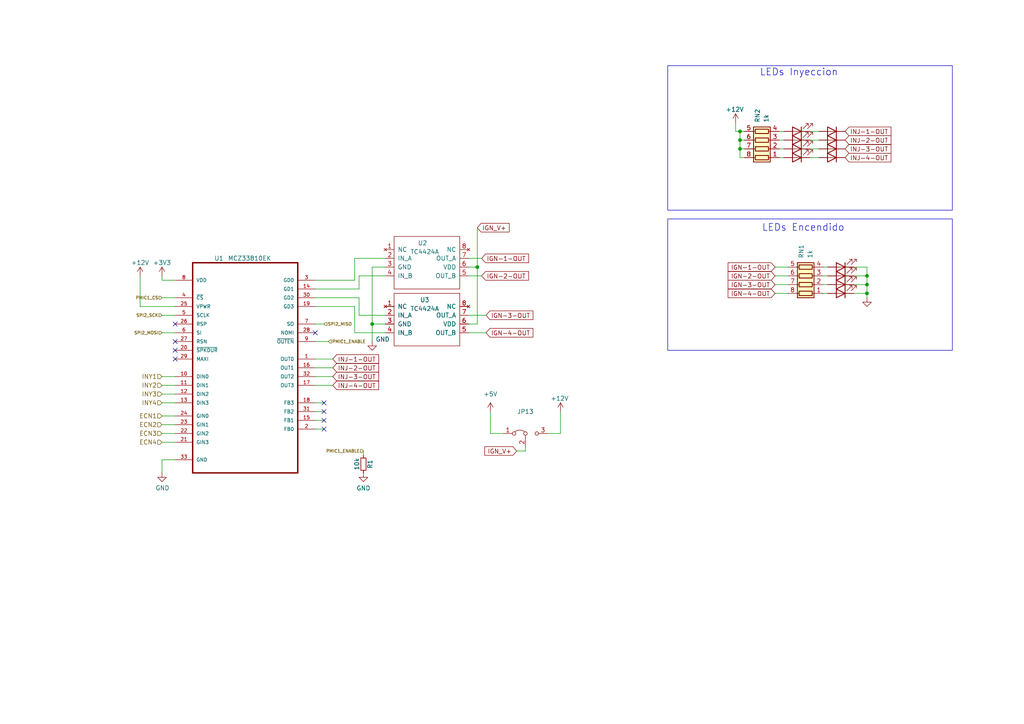
<source format=kicad_sch>
(kicad_sch (version 20231120) (generator "eeschema") (generator_version "7.99")
  (paper "A4")
  (title_block (title "μEFI (Speeduino FW compatible)") (date "2023-12-25") (rev "v6") (company "Churrosoft ®") (comment 1 "CERN-OHL-S-2.0 license\n"))
  (lib_symbols
    (symbol "Device:D" (pin_numbers hide) (pin_names (offset 1.016) hide)
      (property "Reference" "D" (at 0 2.54 0))
      (property "Value" "D" (at 0 -2.54 0))
      (symbol "D_0_1"
        (polyline (pts (xy -1.27 1.27) (xy -1.27 -1.27)) (stroke (width 0.254)))
        (polyline (pts (xy 1.27 0) (xy -1.27 0)))
        (polyline (pts (xy 1.27 1.27) (xy 1.27 -1.27) (xy -1.27 0) (xy 1.27 1.27)) (stroke (width 0.254)))
      )
      (symbol "D_1_1"
        (pin passive line (at -3.81 0 0) (length 2.54) (name "K") (number "1"))
        (pin passive line (at 3.81 0 180) (length 2.54) (name "A") (number "2"))
      )
    )
    (symbol "Device:LED" (pin_numbers hide) (pin_names (offset 1.016) hide)
      (property "Reference" "D" (at 0 2.54 0))
      (property "Value" "LED" (at 0 -2.54 0))
      (symbol "LED_0_1"
        (polyline (pts (xy -1.27 -1.27) (xy -1.27 1.27)) (stroke (width 0.254)))
        (polyline (pts (xy -1.27 0) (xy 1.27 0)))
        (polyline (pts (xy 1.27 -1.27) (xy 1.27 1.27) (xy -1.27 0) (xy 1.27 -1.27)) (stroke (width 0.254)))
        (polyline (pts (xy -3.048 -0.762) (xy -4.572 -2.286) (xy -3.81 -2.286) (xy -4.572 -2.286) (xy -4.572 -1.524)))
        (polyline (pts (xy -1.778 -0.762) (xy -3.302 -2.286) (xy -2.54 -2.286) (xy -3.302 -2.286) (xy -3.302 -1.524)))
      )
      (symbol "LED_1_1"
        (pin passive line (at -3.81 0 0) (length 2.54) (name "K") (number "1"))
        (pin passive line (at 3.81 0 180) (length 2.54) (name "A") (number "2"))
      )
    )
    (symbol "Device:R_Pack04" (pin_names (offset 0) hide)
      (property "Reference" "RN" (at -7.62 0 90))
      (property "Value" "R_Pack04" (at 5.08 0 90))
      (symbol "R_Pack04_0_1"
        (rectangle (start -6.35 -2.413) (end 3.81 2.413) (stroke (width 0.254)) (fill (type background)))
        (rectangle (start -5.715 1.905) (end -4.445 -1.905) (stroke (width 0.254)))
        (rectangle (start -3.175 1.905) (end -1.905 -1.905) (stroke (width 0.254)))
        (rectangle (start -0.635 1.905) (end 0.635 -1.905) (stroke (width 0.254)))
        (polyline (pts (xy -5.08 -2.54) (xy -5.08 -1.905)))
        (polyline (pts (xy -5.08 1.905) (xy -5.08 2.54)))
        (polyline (pts (xy -2.54 -2.54) (xy -2.54 -1.905)))
        (polyline (pts (xy -2.54 1.905) (xy -2.54 2.54)))
        (polyline (pts (xy 0 -2.54) (xy 0 -1.905)))
        (polyline (pts (xy 0 1.905) (xy 0 2.54)))
        (polyline (pts (xy 2.54 -2.54) (xy 2.54 -1.905)))
        (polyline (pts (xy 2.54 1.905) (xy 2.54 2.54)))
        (rectangle (start 1.905 1.905) (end 3.175 -1.905) (stroke (width 0.254)))
      )
      (symbol "R_Pack04_1_1"
        (pin passive line (at -5.08 -5.08 90) (length 2.54) (name "R1.1") (number "1"))
        (pin passive line (at -2.54 -5.08 90) (length 2.54) (name "R2.1") (number "2"))
        (pin passive line (at 0 -5.08 90) (length 2.54) (name "R3.1") (number "3"))
        (pin passive line (at 2.54 -5.08 90) (length 2.54) (name "R4.1") (number "4"))
        (pin passive line (at 2.54 5.08 270) (length 2.54) (name "R4.2") (number "5"))
        (pin passive line (at 0 5.08 270) (length 2.54) (name "R3.2") (number "6"))
        (pin passive line (at -2.54 5.08 270) (length 2.54) (name "R2.2") (number "7"))
        (pin passive line (at -5.08 5.08 270) (length 2.54) (name "R1.2") (number "8"))
      )
    )
    (symbol "Device:R_Small" (pin_numbers hide) (pin_names (offset 0.254) hide)
      (property "Reference" "R" (at 0.762 0.508 0))
      (property "Value" "R_Small" (at 0.762 -1.016 0))
      (symbol "R_Small_0_1"
        (rectangle (start -0.762 1.778) (end 0.762 -1.778) (stroke (width 0.2032)))
      )
      (symbol "R_Small_1_1"
        (pin passive line (at 0 2.54 270) (length 0.762) (name "~") (number "1"))
        (pin passive line (at 0 -2.54 90) (length 0.762) (name "~") (number "2"))
      )
    )
    (symbol "GND_1" (power) (pin_names (offset 0))
      (property "Value" "GND_1" (at 0 -3.81 0))
      (symbol "GND_1_0_1"
        (polyline (pts (xy 0 0) (xy 0 -1.27) (xy 1.27 -1.27) (xy 0 -2.54) (xy -1.27 -1.27) (xy 0 -1.27)))
      )
      (symbol "GND_1_1_1"
        (pin power_in line (at 0 0 270) (length 0) hide (name "GND") (number "1"))
      )
    )
    (symbol "IC_Automotive:TC4424A" (pin_names (offset 1.016))
      (property "Reference" "U" (at -7.62 38.1 0))
      (property "Value" "TC4424A" (at -15.24 38.1 0))
      (symbol "TC4424A_0_1"
        (rectangle (start -25.4 36.83) (end -6.35 21.59))
      )
      (symbol "TC4424A_1_1"
        (pin no_connect line (at -27.94 33.02 0) (length 2.54) (name "NC") (number "1"))
        (pin input line (at -27.94 30.48 0) (length 2.54) (name "IN_A") (number "2"))
        (pin power_in line (at -27.94 27.94 0) (length 2.54) (name "GND") (number "3"))
        (pin input line (at -27.94 25.4 0) (length 2.54) (name "IN_B") (number "4"))
        (pin input line (at -3.81 25.4 180) (length 2.54) (name "OUT_B") (number "5"))
        (pin power_in line (at -3.81 27.94 180) (length 2.54) (name "VDD") (number "6"))
        (pin output line (at -3.81 30.48 180) (length 2.54) (name "OUT_A") (number "7"))
        (pin no_connect line (at -3.81 33.02 180) (length 2.54) (name "NC") (number "8"))
      )
    )
    (symbol "Jumper:Jumper_3_Bridged12" (pin_names (offset 0) hide)
      (property "Reference" "JP" (at -2.54 -2.54 0))
      (property "Value" "Jumper_3_Bridged12" (at 0 2.794 0))
      (symbol "Jumper_3_Bridged12_0_0"
        (circle (center -3.302 0) (radius 0.508))
        (circle (center 0 0) (radius 0.508))
        (circle (center 3.302 0) (radius 0.508))
      )
      (symbol "Jumper_3_Bridged12_0_1"
        (arc (start -0.254 0.508) (mid -1.651 0.9912) (end -3.048 0.508))
        (polyline (pts (xy 0 -1.27) (xy 0 -0.508)))
      )
      (symbol "Jumper_3_Bridged12_1_1"
        (pin passive line (at -6.35 0 0) (length 2.54) (name "A") (number "1"))
        (pin passive line (at 0 -3.81 90) (length 2.54) (name "C") (number "2"))
        (pin passive line (at 6.35 0 180) (length 2.54) (name "B") (number "3"))
      )
    )
    (symbol "OpenEFI-STM32-rev3:MCZ33810EK" (pin_names (offset 1.016))
      (property "Reference" "U" (at -6.1722 37.8206 0))
      (property "Value" "MCZ33810EK" (at -3.3782 -45.1358 0))
      (symbol "MCZ33810EK_0_0"
        (polyline (pts (xy -15.875 -36.195) (xy 14.605 -36.195)) (stroke (width 0.4064)))
        (polyline (pts (xy -15.875 24.765) (xy -15.875 -36.195)) (stroke (width 0.4064)))
        (polyline (pts (xy 14.605 -36.195) (xy 14.605 24.765)) (stroke (width 0.4064)))
        (polyline (pts (xy 14.605 24.765) (xy -15.875 24.765)) (stroke (width 0.4064)))
        (pin output line (at 19.685 -3.175 180) (length 5.08) (name "OUT0") (number "1"))
        (pin input line (at -20.955 -8.255 0) (length 5.08) (name "DIN0") (number "10"))
        (pin input line (at -20.955 -10.795 0) (length 5.08) (name "DIN1") (number "11"))
        (pin input line (at -20.955 -13.335 0) (length 5.08) (name "DIN2") (number "12"))
        (pin input line (at -20.955 -15.875 0) (length 5.08) (name "DIN3") (number "13"))
        (pin output line (at 19.685 17.145 180) (length 5.08) (name "GD1") (number "14"))
        (pin input line (at 19.685 -20.955 180) (length 5.08) (name "FB1") (number "15"))
        (pin output line (at 19.685 -5.715 180) (length 5.08) (name "OUT1") (number "16"))
        (pin output line (at 19.685 -10.795 180) (length 5.08) (name "OUT3") (number "17"))
        (pin input line (at 19.685 -15.875 180) (length 5.08) (name "FB3") (number "18"))
        (pin output line (at 19.685 12.065 180) (length 5.08) (name "GD3") (number "19"))
        (pin input line (at 19.685 -23.495 180) (length 5.08) (name "FB0") (number "2"))
        (pin input line (at -20.955 -0.635 0) (length 5.08) (name "~{SPKDUR}") (number "20"))
        (pin input line (at -20.955 -27.305 0) (length 5.08) (name "GIN3") (number "21"))
        (pin input line (at -20.955 -24.765 0) (length 5.08) (name "GIN2") (number "22"))
        (pin input line (at -20.955 -22.225 0) (length 5.08) (name "GIN1") (number "23"))
        (pin input line (at -20.955 -19.685 0) (length 5.08) (name "GIN0") (number "24"))
        (pin input line (at -20.955 12.065 0) (length 5.08) (name "VPWR") (number "25"))
        (pin input line (at -20.955 6.985 0) (length 5.08) (name "RSP") (number "26"))
        (pin input line (at -20.955 1.905 0) (length 5.08) (name "RSN") (number "27"))
        (pin output line (at 19.685 4.445 180) (length 5.08) (name "NOMI") (number "28"))
        (pin input line (at -20.955 -3.175 0) (length 5.08) (name "MAXI") (number "29"))
        (pin output line (at 19.685 19.685 180) (length 5.08) (name "GD0") (number "3"))
        (pin output line (at 19.685 14.605 180) (length 5.08) (name "GD2") (number "30"))
        (pin input line (at 19.685 -18.415 180) (length 5.08) (name "FB2") (number "31"))
        (pin output line (at 19.685 -8.255 180) (length 5.08) (name "OUT2") (number "32"))
        (pin passive line (at -20.955 -32.385 0) (length 5.08) (name "GND") (number "33"))
        (pin input line (at -20.955 14.605 0) (length 5.08) (name "~{CS}") (number "4"))
        (pin input line (at -20.955 9.525 0) (length 5.08) (name "SCLK") (number "5"))
        (pin input line (at -20.955 4.445 0) (length 5.08) (name "SI") (number "6"))
        (pin output line (at 19.685 6.985 180) (length 5.08) (name "SO") (number "7"))
        (pin power_in line (at -20.955 19.685 0) (length 5.08) (name "VDD") (number "8"))
        (pin output line (at 19.685 1.905 180) (length 5.08) (name "~{OUTEN}") (number "9"))
      )
    )
    (symbol "power:+12V" (power) (pin_names (offset 0))
      (property "Value" "+12V" (at 0 3.556 0))
      (symbol "+12V_0_1"
        (polyline (pts (xy -0.762 1.27) (xy 0 2.54)))
        (polyline (pts (xy 0 0) (xy 0 2.54)))
        (polyline (pts (xy 0 2.54) (xy 0.762 1.27)))
      )
      (symbol "+12V_1_1"
        (pin power_in line (at 0 0 90) (length 0) hide (name "+12V") (number "1"))
      )
    )
    (symbol "power:+3.3V" (power) (pin_names (offset 0))
      (property "Value" "+3.3V" (at 0 3.556 0))
      (symbol "+3.3V_0_1"
        (polyline (pts (xy -0.762 1.27) (xy 0 2.54)))
        (polyline (pts (xy 0 0) (xy 0 2.54)))
        (polyline (pts (xy 0 2.54) (xy 0.762 1.27)))
      )
      (symbol "+3.3V_1_1"
        (pin power_in line (at 0 0 90) (length 0) hide (name "+3V3") (number "1"))
      )
    )
    (symbol "power:+5V" (power) (pin_names (offset 0))
      (property "Value" "+5V" (at 0 3.556 0))
      (symbol "+5V_0_1"
        (polyline (pts (xy -0.762 1.27) (xy 0 2.54)))
        (polyline (pts (xy 0 0) (xy 0 2.54)))
        (polyline (pts (xy 0 2.54) (xy 0.762 1.27)))
      )
      (symbol "+5V_1_1"
        (pin power_in line (at 0 0 90) (length 0) hide (name "+5V") (number "1"))
      )
    )
    (symbol "power:GND" (power) (pin_names (offset 0))
      (property "Value" "GND" (at 0 -3.81 0))
      (symbol "GND_0_1"
        (polyline (pts (xy 0 0) (xy 0 -1.27) (xy 1.27 -1.27) (xy 0 -2.54) (xy -1.27 -1.27) (xy 0 -1.27)))
      )
      (symbol "GND_1_1"
        (pin power_in line (at 0 0 270) (length 0) hide (name "GND") (number "1"))
      )
    )
  )
  (junction (at 107.95 93.98))
  (junction (at 251.46 82.55))
  (junction (at 214.63 38.1))
  (junction (at 251.46 85.09))
  (junction (at 138.43 77.47))
  (junction (at 214.63 43.18))
  (junction (at 251.46 80.01))
  (junction (at 214.63 40.64))
  (no_connect (at 50.8 93.98))
  (no_connect (at 50.8 99.06))
  (no_connect (at 93.98 119.38))
  (no_connect (at 93.98 121.92))
  (no_connect (at 50.8 101.6))
  (no_connect (at 91.44 96.52))
  (no_connect (at 93.98 116.84))
  (no_connect (at 50.8 104.14))
  (no_connect (at 93.98 124.46))
  (wire (pts (xy 107.95 77.47) (xy 111.76 77.47)))
  (wire (pts (xy 247.65 82.55) (xy 251.46 82.55)))
  (wire (pts (xy 102.87 96.52) (xy 102.87 88.9)))
  (wire (pts (xy 138.43 77.47) (xy 135.89 77.47)))
  (wire (pts (xy 142.24 125.73) (xy 146.05 125.73)))
  (wire (pts (xy 138.43 66.04) (xy 138.43 77.47)))
  (wire (pts (xy 40.64 80.01) (xy 40.64 88.9)))
  (wire (pts (xy 46.99 125.73) (xy 50.8 125.73)))
  (wire (pts (xy 135.89 74.93) (xy 139.7 74.93)))
  (wire (pts (xy 224.79 80.01) (xy 228.6 80.01)))
  (wire (pts (xy 91.44 104.14) (xy 96.52 104.14)))
  (wire (pts (xy 251.46 85.09) (xy 247.65 85.09)))
  (wire (pts (xy 138.43 93.98) (xy 138.43 77.47)))
  (wire (pts (xy 46.99 96.52) (xy 50.8 96.52)))
  (wire (pts (xy 238.76 82.55) (xy 240.03 82.55)))
  (wire (pts (xy 224.79 85.09) (xy 228.6 85.09)))
  (wire (pts (xy 215.9 38.1) (xy 214.63 38.1)))
  (wire (pts (xy 46.99 123.19) (xy 50.8 123.19)))
  (wire (pts (xy 251.46 85.09) (xy 251.46 82.55)))
  (wire (pts (xy 46.99 111.76) (xy 50.8 111.76)))
  (wire (pts (xy 91.44 83.82) (xy 104.14 83.82)))
  (wire (pts (xy 238.76 77.47) (xy 240.03 77.47)))
  (wire (pts (xy 91.44 109.22) (xy 96.52 109.22)))
  (wire (pts (xy 251.46 82.55) (xy 251.46 80.01)))
  (wire (pts (xy 91.44 93.98) (xy 93.98 93.98)))
  (wire (pts (xy 234.95 45.72) (xy 237.49 45.72)))
  (wire (pts (xy 91.44 99.06) (xy 95.25 99.06)))
  (wire (pts (xy 111.76 80.01) (xy 104.14 80.01)))
  (wire (pts (xy 162.56 125.73) (xy 158.75 125.73)))
  (wire (pts (xy 46.99 109.22) (xy 50.8 109.22)))
  (wire (pts (xy 247.65 80.01) (xy 251.46 80.01)))
  (wire (pts (xy 104.14 80.01) (xy 104.14 83.82)))
  (wire (pts (xy 46.99 128.27) (xy 50.8 128.27)))
  (wire (pts (xy 46.99 137.16) (xy 46.99 133.35)))
  (wire (pts (xy 107.95 93.98) (xy 111.76 93.98)))
  (wire (pts (xy 214.63 40.64) (xy 214.63 38.1)))
  (wire (pts (xy 111.76 96.52) (xy 102.87 96.52)))
  (wire (pts (xy 226.06 45.72) (xy 227.33 45.72)))
  (wire (pts (xy 46.99 116.84) (xy 50.8 116.84)))
  (wire (pts (xy 91.44 116.84) (xy 93.98 116.84)))
  (wire (pts (xy 102.87 74.93) (xy 111.76 74.93)))
  (wire (pts (xy 226.06 40.64) (xy 227.33 40.64)))
  (wire (pts (xy 152.4 130.81) (xy 152.4 129.54)))
  (wire (pts (xy 226.06 38.1) (xy 227.33 38.1)))
  (wire (pts (xy 247.65 77.47) (xy 251.46 77.47)))
  (wire (pts (xy 46.99 133.35) (xy 50.8 133.35)))
  (wire (pts (xy 105.41 130.81) (xy 105.41 132.08)))
  (wire (pts (xy 46.99 91.44) (xy 50.8 91.44)))
  (wire (pts (xy 238.76 85.09) (xy 240.03 85.09)))
  (wire (pts (xy 135.89 93.98) (xy 138.43 93.98)))
  (wire (pts (xy 91.44 124.46) (xy 93.98 124.46)))
  (wire (pts (xy 213.36 35.56) (xy 213.36 38.1)))
  (wire (pts (xy 149.86 130.81) (xy 152.4 130.81)))
  (wire (pts (xy 234.95 38.1) (xy 237.49 38.1)))
  (wire (pts (xy 135.89 96.52) (xy 140.97 96.52)))
  (wire (pts (xy 91.44 119.38) (xy 93.98 119.38)))
  (wire (pts (xy 135.89 91.44) (xy 140.97 91.44)))
  (wire (pts (xy 234.95 43.18) (xy 237.49 43.18)))
  (wire (pts (xy 251.46 86.36) (xy 251.46 85.09)))
  (wire (pts (xy 46.99 81.28) (xy 50.8 81.28)))
  (wire (pts (xy 238.76 80.01) (xy 240.03 80.01)))
  (wire (pts (xy 91.44 111.76) (xy 96.52 111.76)))
  (wire (pts (xy 104.14 91.44) (xy 111.76 91.44)))
  (wire (pts (xy 102.87 81.28) (xy 102.87 74.93)))
  (wire (pts (xy 46.99 86.36) (xy 50.8 86.36)))
  (wire (pts (xy 224.79 82.55) (xy 228.6 82.55)))
  (wire (pts (xy 91.44 81.28) (xy 102.87 81.28)))
  (wire (pts (xy 226.06 43.18) (xy 227.33 43.18)))
  (wire (pts (xy 213.36 38.1) (xy 214.63 38.1)))
  (wire (pts (xy 107.95 93.98) (xy 107.95 77.47)))
  (wire (pts (xy 135.89 80.01) (xy 139.7 80.01)))
  (wire (pts (xy 142.24 119.38) (xy 142.24 125.73)))
  (wire (pts (xy 214.63 40.64) (xy 215.9 40.64)))
  (wire (pts (xy 215.9 43.18) (xy 214.63 43.18)))
  (wire (pts (xy 234.95 40.64) (xy 237.49 40.64)))
  (wire (pts (xy 46.99 114.3) (xy 50.8 114.3)))
  (wire (pts (xy 107.95 99.06) (xy 107.95 93.98)))
  (wire (pts (xy 91.44 86.36) (xy 104.14 86.36)))
  (wire (pts (xy 104.14 86.36) (xy 104.14 91.44)))
  (wire (pts (xy 251.46 80.01) (xy 251.46 77.47)))
  (wire (pts (xy 91.44 88.9) (xy 102.87 88.9)))
  (wire (pts (xy 46.99 80.01) (xy 46.99 81.28)))
  (wire (pts (xy 91.44 106.68) (xy 96.52 106.68)))
  (wire (pts (xy 214.63 43.18) (xy 214.63 45.72)))
  (wire (pts (xy 224.79 77.47) (xy 228.6 77.47)))
  (wire (pts (xy 214.63 45.72) (xy 215.9 45.72)))
  (wire (pts (xy 214.63 43.18) (xy 214.63 40.64)))
  (wire (pts (xy 91.44 121.92) (xy 93.98 121.92)))
  (wire (pts (xy 162.56 119.38) (xy 162.56 125.73)))
  (wire (pts (xy 46.99 120.65) (xy 50.8 120.65)))
  (wire (pts (xy 40.64 88.9) (xy 50.8 88.9)))
  (rectangle (start 193.675 63.5) (end 276.225 101.6))
  (rectangle (start 193.675 19.05) (end 276.225 60.96))
  (text "LEDs Encendido" (at 220.98 67.31 0) (effects (font (size 2 2)) (justify left bottom)))
  (text "LEDs Inyeccion" (at 220.345 22.225 0) (effects (font (size 2 2)) (justify left bottom)))
  (global_label "IGN-1-OUT" (shape input) (at 139.7 74.93 0) (property "Intersheetrefs" "${INTERSHEET_REFS}" (effects (hide yes))))
  (global_label "IGN-2-OUT" (shape input) (at 224.79 80.01 180) (property "Intersheetrefs" "${INTERSHEET_REFS}" (effects (hide yes))))
  (global_label "IGN-3-OUT" (shape input) (at 140.97 91.44 0) (property "Intersheetrefs" "${INTERSHEET_REFS}" (effects (hide yes))))
  (global_label "IGN-2-OUT" (shape input) (at 139.7 80.01 0) (property "Intersheetrefs" "${INTERSHEET_REFS}" (effects (hide yes))))
  (global_label "IGN-4-OUT" (shape input) (at 140.97 96.52 0) (property "Intersheetrefs" "${INTERSHEET_REFS}" (effects (hide yes))))
  (global_label "IGN_V+" (shape input) (at 138.43 66.04 0) (property "Intersheetrefs" "${INTERSHEET_REFS}" (effects (hide yes))))
  (global_label "INJ-1-OUT" (shape input) (at 245.11 38.1 0) (property "Intersheetrefs" "${INTERSHEET_REFS}" (effects (hide yes))))
  (global_label "INJ-2-OUT" (shape input) (at 96.52 106.68 0) (property "Intersheetrefs" "${INTERSHEET_REFS}" (effects (hide yes))))
  (global_label "IGN-3-OUT" (shape input) (at 224.79 82.55 180) (property "Intersheetrefs" "${INTERSHEET_REFS}" (effects (hide yes))))
  (global_label "IGN-1-OUT" (shape input) (at 224.79 77.47 180) (property "Intersheetrefs" "${INTERSHEET_REFS}" (effects (hide yes))))
  (global_label "INJ-4-OUT" (shape input) (at 245.11 45.72 0) (property "Intersheetrefs" "${INTERSHEET_REFS}" (effects (hide yes))))
  (global_label "INJ-4-OUT" (shape input) (at 96.52 111.76 0) (property "Intersheetrefs" "${INTERSHEET_REFS}" (effects (hide yes))))
  (global_label "INJ-1-OUT" (shape input) (at 96.52 104.14 0) (property "Intersheetrefs" "${INTERSHEET_REFS}" (effects (hide yes))))
  (global_label "INJ-2-OUT" (shape input) (at 245.11 40.64 0) (property "Intersheetrefs" "${INTERSHEET_REFS}" (effects (hide yes))))
  (global_label "IGN-4-OUT" (shape input) (at 224.79 85.09 180) (property "Intersheetrefs" "${INTERSHEET_REFS}" (effects (hide yes))))
  (global_label "IGN_V+" (shape input) (at 149.86 130.81 180) (property "Intersheetrefs" "${INTERSHEET_REFS}" (effects (hide yes))))
  (global_label "INJ-3-OUT" (shape input) (at 245.11 43.18 0) (property "Intersheetrefs" "${INTERSHEET_REFS}" (effects (hide yes))))
  (global_label "INJ-3-OUT" (shape input) (at 96.52 109.22 0) (property "Intersheetrefs" "${INTERSHEET_REFS}" (effects (hide yes))))
  (hierarchical_label "SPI2_MISO" (shape input) (at 93.98 93.98 0) (effects (font (size 0.889 0.889))))
  (hierarchical_label "PMIC1_CS" (shape input) (at 46.99 86.36 180) (effects (font (size 0.889 0.889))))
  (hierarchical_label "SPI2_MOSI" (shape input) (at 46.99 96.52 180) (effects (font (size 0.889 0.889))))
  (hierarchical_label "INY3" (shape input) (at 46.99 114.3 180))
  (hierarchical_label "PMIC1_ENABLE" (shape input) (at 105.41 130.81 180) (effects (font (size 0.889 0.889))))
  (hierarchical_label "ECN1" (shape input) (at 46.99 120.65 180))
  (hierarchical_label "ECN4" (shape input) (at 46.99 128.27 180))
  (hierarchical_label "ECN3" (shape input) (at 46.99 125.73 180))
  (hierarchical_label "SPI2_SCK" (shape input) (at 46.99 91.44 180) (effects (font (size 0.889 0.889))))
  (hierarchical_label "ECN2" (shape input) (at 46.99 123.19 180))
  (hierarchical_label "INY1" (shape input) (at 46.99 109.22 180))
  (hierarchical_label "PMIC1_ENABLE" (shape input) (at 95.25 99.06 0) (effects (font (size 0.889 0.889))))
  (hierarchical_label "INY4" (shape input) (at 46.99 116.84 180))
  (hierarchical_label "INY2" (shape input) (at 46.99 111.76 180))
  (symbol (lib_id "Jumper:Jumper_3_Bridged12") (at 152.4 125.73 0) (unit 1)
    (property "Reference" "JP13" (at 152.4 119.38 0))
    (property "Value" "Jumper_3_Bridged12" (effects (hide yes)))
    (property "Footprint" "Jumper:SolderJumper-3_P1.3mm_Bridged2Bar12_Pad1.0x1.5mm" (effects (hide yes)))
    (property "Description" "Jumper, 3-pole, pins 1+2 closed/bridged" (effects (hide yes)))
  )
  (symbol (lib_id "Device:LED") (at 231.14 43.18 180) (unit 1)
    (property "Reference" "D5" (effects (hide yes)))
    (property "Value" "LED" (effects (hide yes)))
    (property "Footprint" "LED_SMD:LED_0805_2012Metric" (effects (hide yes)))
    (property "Digikey Part Number" "475-1415-1-ND" (effects (hide yes)))
    (property "Manufacturer_Name" "OSRAM" (effects (hide yes)))
    (property "Manufacturer_Part_Number" "LH R974-LP-1" (effects (hide yes)))
    (property "URL" "https://www.digikey.com/product-detail/en/osram-opto-semiconductors-inc/LH-R974-LP-1/475-1415-1-ND/1802604" (effects (hide yes)))
    (property "LCSC" "C965815" (effects (hide yes)))
  )
  (symbol (lib_id "IC_Automotive:TC4424A") (at 139.7 121.92 0) (unit 1)
    (property "Reference" "U3" (at 123.19 86.995 0))
    (property "Value" "TC4424A" (at 123.19 89.535 0))
    (property "Footprint" "Package_SO:SOIC-8_3.9x4.9mm_P1.27mm" (effects (hide yes)))
    (property "Digikey Part Number" "TC4424AVOA-ND" (effects (hide yes)))
    (property "Manufacturer_Name" "Microchip" (effects (hide yes)))
    (property "Manufacturer_Part_Number" "TC4424AVOA" (effects (hide yes)))
    (property "URL" "https://www.digikey.com/product-detail/en/microchip-technology/TC4424AVOA/TC4424AVOA-ND/1098908" (effects (hide yes)))
    (property "LCSC" "C44150" (effects (hide yes)))
  )
  (symbol (lib_id "Device:R_Small") (at 105.41 134.62 0) (mirror x) (unit 1)
    (property "Reference" "R1" (at 107.315 134.62 90))
    (property "Value" "10k" (at 103.505 134.62 90))
    (property "Footprint" "Resistor_SMD:R_0805_2012Metric" (effects (hide yes)))
    (property "LCSC" "C17414" (effects (hide yes)))
  )
  (symbol (lib_id "IC_Automotive:TC4424A") (at 139.7 105.41 0) (unit 1)
    (property "Reference" "U2" (at 122.555 70.485 0))
    (property "Value" "TC4424A" (at 123.19 73.025 0))
    (property "Footprint" "Package_SO:SOIC-8_3.9x4.9mm_P1.27mm" (effects (hide yes)))
    (property "Digikey Part Number" "TC4424AVOA-ND" (effects (hide yes)))
    (property "Manufacturer_Name" "Microchip" (effects (hide yes)))
    (property "Manufacturer_Part_Number" "TC4424AVOA" (effects (hide yes)))
    (property "URL" "https://www.digikey.com/product-detail/en/microchip-technology/TC4424AVOA/TC4424AVOA-ND/1098908" (effects (hide yes)))
    (property "LCSC" "C44150" (effects (hide yes)))
  )
  (symbol (lib_id "Device:LED") (at 243.84 85.09 180) (unit 1)
    (property "Reference" "D1" (effects (hide yes)))
    (property "Value" "LED" (effects (hide yes)))
    (property "Footprint" "LED_SMD:LED_0805_2012Metric" (effects (hide yes)))
    (property "Digikey Part Number" "SML-H12D8TT86CCT-ND" (effects (hide yes)))
    (property "Manufacturer_Name" "Rohm Semiconductor" (effects (hide yes)))
    (property "Manufacturer_Part_Number" "SML-H12D8TT86C" (effects (hide yes)))
    (property "URL" "https://www.digikey.com.au/product-detail/en/rohm-semiconductor/SML-H12D8TT86C/SML-H12D8TT86CCT-ND/9090486" (effects (hide yes)))
    (property "LCSC" "C965814" (effects (hide yes)))
  )
  (symbol (lib_id "power:GND") (at 46.99 137.16 0) (unit 1)
    (property "Reference" "#PWR04" (effects (hide yes)))
    (property "Value" "GND" (at 47.117 141.5542 0))
  )
  (symbol (lib_id "Device:D") (at 241.3 43.18 180) (unit 1)
    (property "Reference" "D6" (effects (hide yes)))
    (property "Value" "D" (effects (hide yes)))
    (property "Footprint" "Diode_SMD:D_SOD-323_HandSoldering" (effects (hide yes)))
    (property "Manufacturer_Name" "MCC" (effects (hide yes)))
    (property "Manufacturer_Part_Number" "1N4448WX-TP" (effects (hide yes)))
    (property "URL" "https://www.digikey.com/product-detail/en/micro-commercial-co/1N4448WX-TP/1N4448WXTPMSCT-ND/789338" (effects (hide yes)))
    (property "LCSC" "C5277952" (effects (hide yes)))
  )
  (symbol (lib_id "power:+12V") (at 40.64 80.01 0) (unit 1)
    (property "Reference" "#PWR01" (effects (hide yes)))
    (property "Value" "+12V" (at 40.64 76.2 0))
  )
  (symbol (lib_id "Device:LED") (at 243.84 77.47 180) (unit 1)
    (property "Reference" "D12" (effects (hide yes)))
    (property "Value" "LED" (effects (hide yes)))
    (property "Footprint" "LED_SMD:LED_0805_2012Metric" (effects (hide yes)))
    (property "Digikey Part Number" "SML-H12D8TT86CCT-ND" (effects (hide yes)))
    (property "Manufacturer_Name" "Rohm Semiconductor" (effects (hide yes)))
    (property "Manufacturer_Part_Number" "SML-H12D8TT86C" (effects (hide yes)))
    (property "URL" "https://www.digikey.com.au/product-detail/en/rohm-semiconductor/SML-H12D8TT86C/SML-H12D8TT86CCT-ND/9090486" (effects (hide yes)))
    (property "LCSC" "C965814" (effects (hide yes)))
  )
  (symbol (lib_id "Device:LED") (at 243.84 82.55 180) (unit 1)
    (property "Reference" "D4" (effects (hide yes)))
    (property "Value" "LED" (effects (hide yes)))
    (property "Footprint" "LED_SMD:LED_0805_2012Metric" (effects (hide yes)))
    (property "Digikey Part Number" "SML-H12D8TT86CCT-ND" (effects (hide yes)))
    (property "Manufacturer_Name" "Rohm Semiconductor" (effects (hide yes)))
    (property "Manufacturer_Part_Number" "SML-H12D8TT86C" (effects (hide yes)))
    (property "URL" "https://www.digikey.com.au/product-detail/en/rohm-semiconductor/SML-H12D8TT86C/SML-H12D8TT86CCT-ND/9090486" (effects (hide yes)))
    (property "LCSC" "C965814" (effects (hide yes)))
  )
  (symbol (lib_id "Device:LED") (at 243.84 80.01 180) (unit 1)
    (property "Reference" "D9" (effects (hide yes)))
    (property "Value" "LED" (effects (hide yes)))
    (property "Footprint" "LED_SMD:LED_0805_2012Metric" (effects (hide yes)))
    (property "Digikey Part Number" "SML-H12D8TT86CCT-ND" (effects (hide yes)))
    (property "Manufacturer_Name" "Rohm Semiconductor" (effects (hide yes)))
    (property "Manufacturer_Part_Number" "SML-H12D8TT86C" (effects (hide yes)))
    (property "URL" "https://www.digikey.com.au/product-detail/en/rohm-semiconductor/SML-H12D8TT86C/SML-H12D8TT86CCT-ND/9090486" (effects (hide yes)))
    (property "LCSC" "C965814" (effects (hide yes)))
  )
  (symbol (lib_id "Device:D") (at 241.3 45.72 180) (unit 1)
    (property "Reference" "D3" (effects (hide yes)))
    (property "Value" "D" (effects (hide yes)))
    (property "Footprint" "Diode_SMD:D_SOD-323_HandSoldering" (effects (hide yes)))
    (property "Manufacturer_Name" "MCC" (effects (hide yes)))
    (property "Manufacturer_Part_Number" "1N4448WX-TP" (effects (hide yes)))
    (property "URL" "https://www.digikey.com/product-detail/en/micro-commercial-co/1N4448WX-TP/1N4448WXTPMSCT-ND/789338" (effects (hide yes)))
    (property "LCSC" "C5277952" (effects (hide yes)))
  )
  (symbol (lib_id "power:GND") (at 107.95 99.06 0) (unit 1)
    (property "Reference" "#PWR05" (effects (hide yes)))
    (property "Value" "GND" (at 113.03 98.425 0) (effects (justify right)))
  )
  (symbol (lib_id "Device:D") (at 241.3 38.1 180) (unit 1)
    (property "Reference" "D11" (effects (hide yes)))
    (property "Value" "D" (effects (hide yes)))
    (property "Footprint" "Diode_SMD:D_SOD-323_HandSoldering" (effects (hide yes)))
    (property "Manufacturer_Name" "MCC" (effects (hide yes)))
    (property "Manufacturer_Part_Number" "1N4448WX-TP" (effects (hide yes)))
    (property "URL" "https://www.digikey.com/product-detail/en/micro-commercial-co/1N4448WX-TP/1N4448WXTPMSCT-ND/789338" (effects (hide yes)))
    (property "LCSC" "C5277952" (effects (hide yes)))
  )
  (symbol (lib_id "Device:D") (at 241.3 40.64 180) (unit 1)
    (property "Reference" "D8" (effects (hide yes)))
    (property "Value" "D" (effects (hide yes)))
    (property "Footprint" "Diode_SMD:D_SOD-323_HandSoldering" (effects (hide yes)))
    (property "Manufacturer_Name" "MCC" (effects (hide yes)))
    (property "Manufacturer_Part_Number" "1N4448WX-TP" (effects (hide yes)))
    (property "URL" "https://www.digikey.com/product-detail/en/micro-commercial-co/1N4448WX-TP/1N4448WXTPMSCT-ND/789338" (effects (hide yes)))
    (property "LCSC" "C5277952" (effects (hide yes)))
  )
  (symbol (lib_id "power:+12V") (at 162.56 119.38 0) (unit 1)
    (property "Reference" "#PWR028" (effects (hide yes)))
    (property "Value" "+12V" (at 162.306 115.57 0))
  )
  (symbol (lib_name "GND_1") (lib_id "power:GND") (at 105.41 137.16 0) (unit 1)
    (property "Reference" "#PWR02" (effects (hide yes)))
    (property "Value" "GND" (at 105.41 141.605 0))
  )
  (symbol (lib_id "Device:R_Pack04") (at 233.68 80.01 90) (unit 1)
    (property "Reference" "RN1" (at 232.41 74.93 0) (effects (justify left)))
    (property "Value" "1k" (at 234.95 74.93 0) (effects (justify left)))
    (property "Footprint" "Resistor_SMD:R_Array_Convex_4x0603" (effects (hide yes)))
    (property "LCSC" "C110021" (effects (hide yes)))
  )
  (symbol (lib_id "power:+12V") (at 213.36 35.56 0) (unit 1)
    (property "Reference" "#PWR07" (effects (hide yes)))
    (property "Value" "+12V" (at 213.106 31.75 0))
  )
  (symbol (lib_id "OpenEFI-STM32-rev3:MCZ33810EK") (at 71.755 100.965 0) (unit 1)
    (property "Reference" "U1" (at 63.5 74.93 0))
    (property "Value" "MCZ33810EK" (at 72.39 74.93 0))
    (property "Footprint" "uEFI_v5:SOP65P1030X245-33N" (effects (hide yes)))
    (property "Datasheet" "-" (effects (hide yes)))
    (property "Field4" "FREESCALE SEMICONDUCTOR" (effects (hide yes)))
    (property "Field5" "45P4988" (effects (hide yes)))
    (property "Field6" "SOP-32" (effects (hide yes)))
    (property "Field7" "MCZ33810EK" (effects (hide yes)))
  )
  (symbol (lib_id "Device:LED") (at 231.14 38.1 180) (unit 1)
    (property "Reference" "D10" (effects (hide yes)))
    (property "Value" "LED" (effects (hide yes)))
    (property "Footprint" "LED_SMD:LED_0805_2012Metric" (effects (hide yes)))
    (property "Digikey Part Number" "475-1415-1-ND" (effects (hide yes)))
    (property "Manufacturer_Name" "OSRAM" (effects (hide yes)))
    (property "Manufacturer_Part_Number" "LH R974-LP-1" (effects (hide yes)))
    (property "URL" "https://www.digikey.com/product-detail/en/osram-opto-semiconductors-inc/LH-R974-LP-1/475-1415-1-ND/1802604" (effects (hide yes)))
    (property "LCSC" "C965815" (effects (hide yes)))
  )
  (symbol (lib_id "Device:R_Pack04") (at 220.98 40.64 90) (unit 1)
    (property "Reference" "RN2" (at 219.71 35.56 0) (effects (justify left)))
    (property "Value" "1k" (at 222.25 35.56 0) (effects (justify left)))
    (property "Footprint" "Resistor_SMD:R_Array_Convex_4x0603" (effects (hide yes)))
    (property "LCSC" "C110021" (effects (hide yes)))
  )
  (symbol (lib_id "power:+5V") (at 142.24 119.38 0) (unit 1)
    (property "Reference" "#PWR035" (effects (hide yes)))
    (property "Value" "+5V" (at 142.24 114.3 0))
    (property "Description" "Power symbol creates a global label with name \"+5V\"" (effects (hide yes)))
  )
  (symbol (lib_id "Device:LED") (at 231.14 45.72 180) (unit 1)
    (property "Reference" "D2" (effects (hide yes)))
    (property "Value" "LED" (effects (hide yes)))
    (property "Footprint" "LED_SMD:LED_0805_2012Metric" (effects (hide yes)))
    (property "Digikey Part Number" "475-1415-1-ND" (effects (hide yes)))
    (property "Manufacturer_Name" "OSRAM" (effects (hide yes)))
    (property "Manufacturer_Part_Number" "LH R974-LP-1" (effects (hide yes)))
    (property "URL" "https://www.digikey.com/product-detail/en/osram-opto-semiconductors-inc/LH-R974-LP-1/475-1415-1-ND/1802604" (effects (hide yes)))
    (property "LCSC" "C965815" (effects (hide yes)))
  )
  (symbol (lib_id "Device:LED") (at 231.14 40.64 180) (unit 1)
    (property "Reference" "D7" (effects (hide yes)))
    (property "Value" "LED" (effects (hide yes)))
    (property "Footprint" "LED_SMD:LED_0805_2012Metric" (effects (hide yes)))
    (property "Digikey Part Number" "475-1415-1-ND" (effects (hide yes)))
    (property "Manufacturer_Name" "OSRAM" (effects (hide yes)))
    (property "Manufacturer_Part_Number" "LH R974-LP-1" (effects (hide yes)))
    (property "URL" "https://www.digikey.com/product-detail/en/osram-opto-semiconductors-inc/LH-R974-LP-1/475-1415-1-ND/1802604" (effects (hide yes)))
    (property "LCSC" "C965815" (effects (hide yes)))
  )
  (symbol (lib_id "power:+3.3V") (at 46.99 80.01 0) (unit 1)
    (property "Reference" "#PWR03" (effects (hide yes)))
    (property "Value" "+3V3" (at 46.99 76.2 0))
  )
  (symbol (lib_id "power:GND") (at 251.46 86.36 0) (unit 1)
    (property "Reference" "#PWR06" (effects (hide yes)))
    (property "Value" "GND" (effects (hide yes)))
  )
)
</source>
